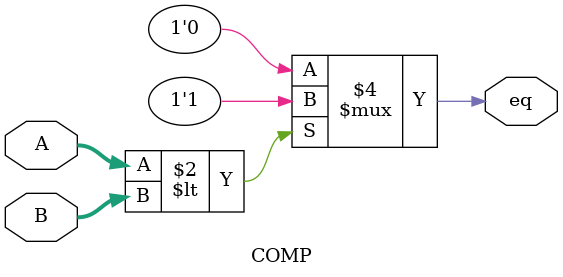
<source format=v>
module COMP (
    input [7:0] A,    // 8位输入 A
    input [7:0] B,    // 8位输入 B
    output reg eq     // 输出信号，表示 A 是否等于 B
);

    // 比较两个输入是否相等
    always @(*) begin
        if (A < B)
            eq = 1;  // 如果相等，输出 1
        else
            eq = 0;  // 如果不相等，输出 0
    end

endmodule
</source>
